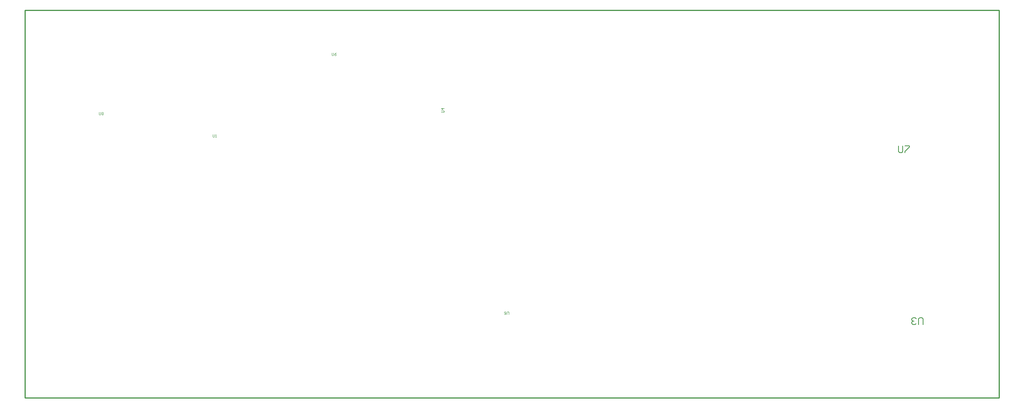
<source format=gbr>
G04*
G04 #@! TF.GenerationSoftware,Altium Limited,Altium Designer,24.1.2 (44)*
G04*
G04 Layer_Color=16711935*
%FSLAX25Y25*%
%MOIN*%
G70*
G04*
G04 #@! TF.SameCoordinates,DAD59E85-0841-476F-99BD-E5F442491B29*
G04*
G04*
G04 #@! TF.FilePolarity,Positive*
G04*
G01*
G75*
%ADD13C,0.00787*%
%ADD14C,0.00394*%
%ADD15C,0.01000*%
D13*
X1829215Y529302D02*
Y524382D01*
X1830199Y523398D01*
X1832167D01*
X1833151Y524382D01*
Y529302D01*
X1835119D02*
X1839054D01*
Y528318D01*
X1835119Y524382D01*
Y523398D01*
X1851000Y371596D02*
Y376516D01*
X1850016Y377500D01*
X1848048D01*
X1847064Y376516D01*
Y371596D01*
X1845096Y372580D02*
X1844113Y371596D01*
X1842145D01*
X1841161Y372580D01*
Y373564D01*
X1842145Y374548D01*
X1843129D01*
X1842145D01*
X1841161Y375532D01*
Y376516D01*
X1842145Y377500D01*
X1844113D01*
X1845096Y376516D01*
D14*
X1426139Y558772D02*
X1428106D01*
X1428500Y559165D01*
Y559952D01*
X1428106Y560346D01*
X1426139D01*
X1428500Y562314D02*
X1426139D01*
X1427319Y561133D01*
Y562707D01*
X1329500Y611361D02*
Y609394D01*
X1329894Y609000D01*
X1330681D01*
X1331074Y609394D01*
Y611361D01*
X1333436D02*
X1332649Y610968D01*
X1331861Y610181D01*
Y609394D01*
X1332255Y609000D01*
X1333042D01*
X1333436Y609394D01*
Y609787D01*
X1333042Y610181D01*
X1331861D01*
X1124228Y558861D02*
Y556894D01*
X1124622Y556500D01*
X1125409D01*
X1125803Y556894D01*
Y558861D01*
X1126590Y558468D02*
X1126983Y558861D01*
X1127771D01*
X1128164Y558468D01*
Y558074D01*
X1127771Y557681D01*
X1128164Y557287D01*
Y556894D01*
X1127771Y556500D01*
X1126983D01*
X1126590Y556894D01*
Y557287D01*
X1126983Y557681D01*
X1126590Y558074D01*
Y558468D01*
X1126983Y557681D02*
X1127771D01*
X1485500Y380639D02*
Y382606D01*
X1485106Y383000D01*
X1484319D01*
X1483926Y382606D01*
Y380639D01*
X1481564D02*
X1483139D01*
Y381819D01*
X1482351Y381426D01*
X1481958D01*
X1481564Y381819D01*
Y382606D01*
X1481958Y383000D01*
X1482745D01*
X1483139Y382606D01*
X1224500Y539361D02*
Y537394D01*
X1224894Y537000D01*
X1225681D01*
X1226074Y537394D01*
Y539361D01*
X1226861Y537000D02*
X1227649D01*
X1227255D01*
Y539361D01*
X1226861Y538968D01*
D15*
X1059000Y307000D02*
X1918000D01*
X1059000Y649000D02*
X1918000D01*
Y307000D02*
Y649000D01*
X1059000Y307000D02*
Y649000D01*
M02*

</source>
